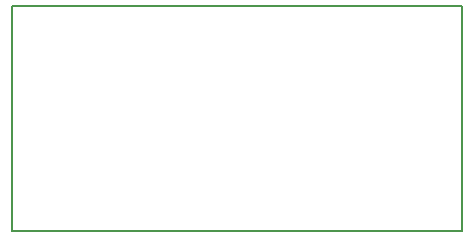
<source format=gko>
%FSLAX24Y24*%
%MOIN*%
G70*
G01*
G75*
G04 Layer_Color=16711935*
%ADD10C,0.0060*%
D10*
X0Y0D02*
Y7500D01*
X15000D01*
Y0D02*
Y7500D01*
X0Y0D02*
X15000D01*
M02*

</source>
